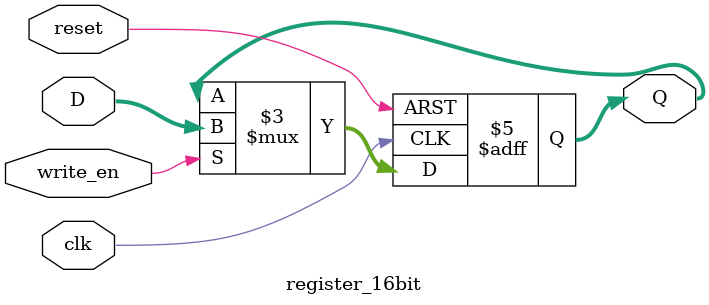
<source format=v>
`timescale 1ns / 1ps

module register_16bit(
    input clk, reset,
    input write_en,
    input [15:0] D,
    output reg [15:0] Q
    );
    
    always @(posedge clk, negedge reset)
    begin
        if(!reset) Q <= 16'h0000;
        else if(write_en) Q <= D;
    end
    
endmodule

</source>
